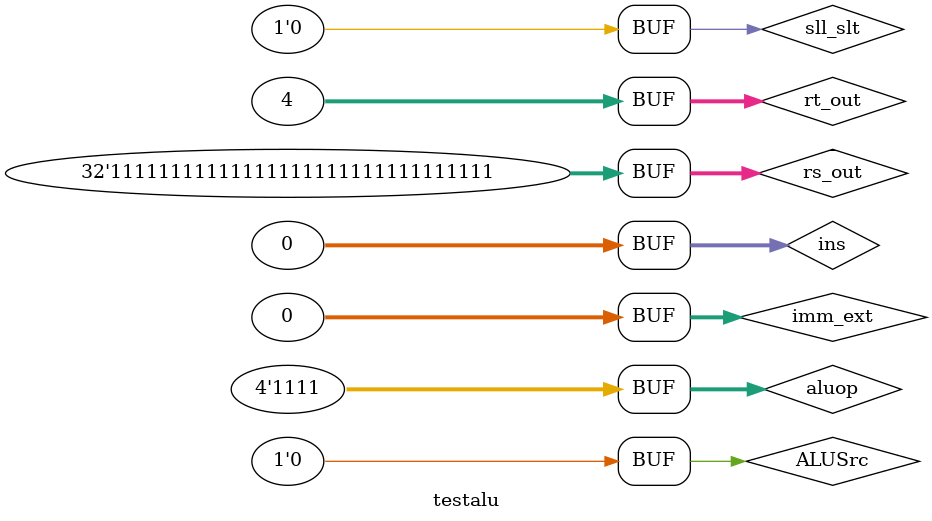
<source format=v>
`timescale 1ns / 1ps


module testalu;

	// Inputs
	reg [31:0] rs_out;
	reg [31:0] rt_out;
	reg [31:0] imm_ext;
	reg [31:0] ins;
	reg [3:0] aluop;
	reg sll_slt;
	reg ALUSrc;

	// Outputs
	wire [31:0] result;
	wire zero;
	wire overflow;

	// Instantiate the Unit Under Test (UUT)
	ALU uut (
		.rs_out(rs_out), 
		.rt_out(rt_out), 
		.imm_ext(imm_ext), 
		.ins(ins), 
		.aluop(aluop), 
		.sll_slt(sll_slt), 
		.ALUSrc(ALUSrc), 
		.result(result), 
		.zero(zero), 
		.overflow(overflow)
	);

	initial begin
		// Initialize Inputs
		rs_out = -1;
		rt_out = 4;
		imm_ext = 0;
		ins = 0;
		aluop = 15;
		sll_slt = 0;
		ALUSrc = 0;

		// Wait 100 ns for global reset to finish
		#100;
        
		// Add stimulus here

	end
      
endmodule


</source>
